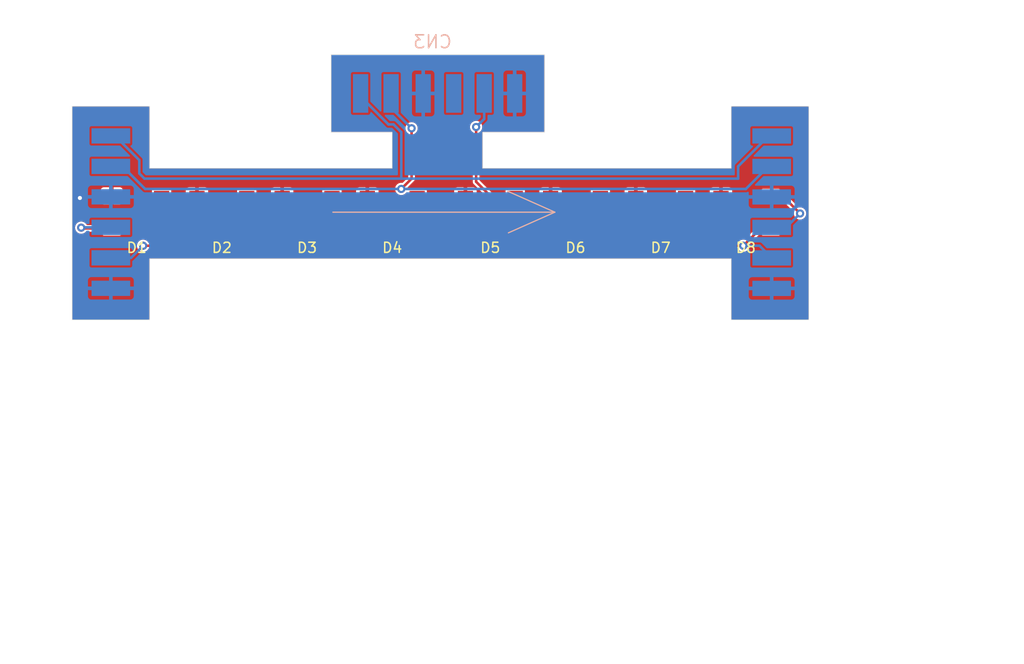
<source format=kicad_pcb>
(kicad_pcb (version 20211014) (generator pcbnew)
  (layers (0 "F.Cu" signal) (31 "B.Cu" signal) (34 "B.Paste" user) (35 "F.Paste" user) (36 "B.SilkS" user "B.Silkscreen") (37 "F.SilkS" user "F.Silkscreen") (38 "B.Mask" user) (39 "F.Mask" user) (44 "Edge.Cuts" user))
  (net 0 "")
  (net 1 "+5V")
  (net 2 "GND")
  (net 3 "Net-(CN1-Pad2)")
  (net 4 "Net-(CN2-Pad3)")
  (net 5 "Net-(D1-Pad2)")
  (net 6 "Net-(D2-Pad2)")
  (net 7 "Net-(D3-Pad2)")
  (net 8 "Net-(D4-Pad2)")
  (net 9 "Net-(D5-Pad2)")
  (net 10 "Net-(D6-Pad2)")
  (net 11 "Net-(D7-Pad2)")
  (net 12 "Net-(CN1-Pad4)")
  (net 13 "Net-(CN1-Pad1)")
  (footprint "LED_SMD:LED_WS2812B_PLCC4_5.0x5.0mm_P3.2mm" (layer "F.Cu") (at 163.576 107.95 180)
    (fp_text reference "D5" (at 0 -3.5) (layer "F.SilkS"))
    (fp_text value "WS2812B")
    (pad "1" smd rect (at -2.45 -1.6 180) (size 1.5 1) (layers "F.Cu" "F.Paste" "F.Mask") (net 1 "+5V"))
    (pad "2" smd rect (at -2.45 1.6 180) (size 1.5 1) (layers "F.Cu" "F.Paste" "F.Mask") (net 9 "Net-(D5-Pad2)"))
    (pad "3" smd rect (at 2.45 1.6 180) (size 1.5 1) (layers "F.Cu" "F.Paste" "F.Mask") (net 2 "GND"))
    (pad "4" smd rect (at 2.45 -1.6 180) (size 1.5 1) (layers "F.Cu" "F.Paste" "F.Mask") (net 8 "Net-(D4-Pad2)"))
  )
  (footprint "LED_SMD:LED_WS2812B_PLCC4_5.0x5.0mm_P3.2mm" (layer "F.Cu") (at 188.722 107.95 180)
    (fp_text reference "D8" (at 0 -3.5) (layer "F.SilkS"))
    (fp_text value "WS2812B")
    (pad "1" smd rect (at -2.45 -1.6 180) (size 1.5 1) (layers "F.Cu" "F.Paste" "F.Mask") (net 1 "+5V"))
    (pad "2" smd rect (at -2.45 1.6 180) (size 1.5 1) (layers "F.Cu" "F.Paste" "F.Mask") (net 12 "Net-(CN1-Pad4)"))
    (pad "3" smd rect (at 2.45 1.6 180) (size 1.5 1) (layers "F.Cu" "F.Paste" "F.Mask") (net 2 "GND"))
    (pad "4" smd rect (at 2.45 -1.6 180) (size 1.5 1) (layers "F.Cu" "F.Paste" "F.Mask") (net 11 "Net-(D7-Pad2)"))
  )
  (footprint "LED_SMD:LED_WS2812B_PLCC4_5.0x5.0mm_P3.2mm" (layer "F.Cu") (at 171.958 107.95 180)
    (fp_text reference "D6" (at 0 -3.5) (layer "F.SilkS"))
    (fp_text value "WS2812B")
    (pad "1" smd rect (at -2.45 -1.6 180) (size 1.5 1) (layers "F.Cu" "F.Paste" "F.Mask") (net 1 "+5V"))
    (pad "2" smd rect (at -2.45 1.6 180) (size 1.5 1) (layers "F.Cu" "F.Paste" "F.Mask") (net 10 "Net-(D6-Pad2)"))
    (pad "3" smd rect (at 2.45 1.6 180) (size 1.5 1) (layers "F.Cu" "F.Paste" "F.Mask") (net 2 "GND"))
    (pad "4" smd rect (at 2.45 -1.6 180) (size 1.5 1) (layers "F.Cu" "F.Paste" "F.Mask") (net 9 "Net-(D5-Pad2)"))
  )
  (footprint "LED_SMD:LED_WS2812B_PLCC4_5.0x5.0mm_P3.2mm" (layer "F.Cu") (at 128.778 107.95 180)
    (fp_text reference "D1" (at 0 -3.5) (layer "F.SilkS"))
    (fp_text value "WS2812B")
    (pad "1" smd rect (at -2.45 -1.6 180) (size 1.5 1) (layers "F.Cu" "F.Paste" "F.Mask") (net 1 "+5V"))
    (pad "2" smd rect (at -2.45 1.6 180) (size 1.5 1) (layers "F.Cu" "F.Paste" "F.Mask") (net 5 "Net-(D1-Pad2)"))
    (pad "3" smd rect (at 2.45 1.6 180) (size 1.5 1) (layers "F.Cu" "F.Paste" "F.Mask") (net 2 "GND"))
    (pad "4" smd rect (at 2.45 -1.6 180) (size 1.5 1) (layers "F.Cu" "F.Paste" "F.Mask") (net 4 "Net-(CN2-Pad3)"))
  )
  (footprint "LED_SMD:LED_WS2812B_PLCC4_5.0x5.0mm_P3.2mm" (layer "F.Cu") (at 180.34 107.95 180)
    (fp_text reference "D7" (at 0 -3.5) (layer "F.SilkS"))
    (fp_text value "WS2812B")
    (pad "1" smd rect (at -2.45 -1.6 180) (size 1.5 1) (layers "F.Cu" "F.Paste" "F.Mask") (net 1 "+5V"))
    (pad "2" smd rect (at -2.45 1.6 180) (size 1.5 1) (layers "F.Cu" "F.Paste" "F.Mask") (net 11 "Net-(D7-Pad2)"))
    (pad "3" smd rect (at 2.45 1.6 180) (size 1.5 1) (layers "F.Cu" "F.Paste" "F.Mask") (net 2 "GND"))
    (pad "4" smd rect (at 2.45 -1.6 180) (size 1.5 1) (layers "F.Cu" "F.Paste" "F.Mask") (net 10 "Net-(D6-Pad2)"))
  )
  (footprint "LED_SMD:LED_WS2812B_PLCC4_5.0x5.0mm_P3.2mm" (layer "F.Cu") (at 137.16 107.95 180)
    (fp_text reference "D2" (at 0 -3.5) (layer "F.SilkS"))
    (fp_text value "WS2812B")
    (pad "1" smd rect (at -2.45 -1.6 180) (size 1.5 1) (layers "F.Cu" "F.Paste" "F.Mask") (net 1 "+5V"))
    (pad "2" smd rect (at -2.45 1.6 180) (size 1.5 1) (layers "F.Cu" "F.Paste" "F.Mask") (net 6 "Net-(D2-Pad2)"))
    (pad "3" smd rect (at 2.45 1.6 180) (size 1.5 1) (layers "F.Cu" "F.Paste" "F.Mask") (net 2 "GND"))
    (pad "4" smd rect (at 2.45 -1.6 180) (size 1.5 1) (layers "F.Cu" "F.Paste" "F.Mask") (net 5 "Net-(D1-Pad2)"))
  )
  (footprint "LED_SMD:LED_WS2812B_PLCC4_5.0x5.0mm_P3.2mm" (layer "F.Cu") (at 153.924 107.95 180)
    (fp_text reference "D4" (at 0 -3.5) (layer "F.SilkS"))
    (fp_text value "WS2812B")
    (pad "1" smd rect (at -2.45 -1.6 180) (size 1.5 1) (layers "F.Cu" "F.Paste" "F.Mask") (net 1 "+5V"))
    (pad "2" smd rect (at -2.45 1.6 180) (size 1.5 1) (layers "F.Cu" "F.Paste" "F.Mask") (net 8 "Net-(D4-Pad2)"))
    (pad "3" smd rect (at 2.45 1.6 180) (size 1.5 1) (layers "F.Cu" "F.Paste" "F.Mask") (net 2 "GND"))
    (pad "4" smd rect (at 2.45 -1.6 180) (size 1.5 1) (layers "F.Cu" "F.Paste" "F.Mask") (net 7 "Net-(D3-Pad2)"))
  )
  (footprint "LED_SMD:LED_WS2812B_PLCC4_5.0x5.0mm_P3.2mm" (layer "F.Cu") (at 145.542 107.95 180)
    (fp_text reference "D3" (at 0 -3.5) (layer "F.SilkS"))
    (fp_text value "WS2812B")
    (pad "1" smd rect (at -2.45 -1.6 180) (size 1.5 1) (layers "F.Cu" "F.Paste" "F.Mask") (net 1 "+5V"))
    (pad "2" smd rect (at -2.45 1.6 180) (size 1.5 1) (layers "F.Cu" "F.Paste" "F.Mask") (net 7 "Net-(D3-Pad2)"))
    (pad "3" smd rect (at 2.45 1.6 180) (size 1.5 1) (layers "F.Cu" "F.Paste" "F.Mask") (net 2 "GND"))
    (pad "4" smd rect (at 2.45 -1.6 180) (size 1.5 1) (layers "F.Cu" "F.Paste" "F.Mask") (net 6 "Net-(D2-Pad2)"))
  )
  (footprint "Adafruit NeoPixel 8 Stick:1X4-SMT" (layer "B.Cu") (at 157.892 96.266)
    (fp_text reference "CN3" (at 0 -5.08) (layer "B.SilkS") (effects (font (size 1.27 1.27)) (justify mirror)))
    (fp_text value "1X4SMT")
    (pad "1" smd rect (at -7.08 0) (size 1.5 3.8) (layers "B.Cu" "B.Paste" "B.Mask") (net 13 "Net-(CN1-Pad1)"))
    (pad "2" smd rect (at -4.08 0) (size 1.5 3.8) (layers "B.Cu" "B.Paste" "B.Mask") (net 3 "Net-(CN1-Pad2)"))
    (pad "3" smd rect (at -0.92 0) (size 1.5 3.8) (layers "B.Cu" "B.Paste" "B.Mask") (net 2 "GND"))
    (pad "4" smd rect (at 2.08 0) (size 1.5 3.8) (layers "B.Cu" "B.Paste" "B.Mask"))
    (pad "5" smd rect (at 5.08 0) (size 1.5 3.8) (layers "B.Cu" "B.Paste" "B.Mask") (net 1 "+5V"))
    (pad "6" smd rect (at 8.08 0) (size 1.5 3.8) (layers "B.Cu" "B.Paste" "B.Mask") (net 2 "GND"))
  )
  (footprint "Adafruit NeoPixel 8 Stick:1X4-SMT" (layer "B.Cu") (at 126.873 107.442 90)
    (fp_text reference "CN2" hide)
    (fp_text value "1X4SMT" hide)
    (pad "1" smd rect (at -8 -0.635 90) (size 1.5 3.8) (layers "B.Cu" "B.Paste" "B.Mask") (net 2 "GND"))
    (pad "2" smd rect (at -5 -0.635 90) (size 1.5 3.8) (layers "B.Cu" "B.Paste" "B.Mask") (net 1 "+5V"))
    (pad "3" smd rect (at -2 -0.635 90) (size 1.5 3.8) (layers "B.Cu" "B.Paste" "B.Mask") (net 4 "Net-(CN2-Pad3)"))
    (pad "4" smd rect (at 1 -0.635 90) (size 1.5 3.8) (layers "B.Cu" "B.Paste" "B.Mask") (net 2 "GND"))
    (pad "5" smd rect (at 4 -0.635 90) (size 1.5 3.8) (layers "B.Cu" "B.Paste" "B.Mask") (net 3 "Net-(CN1-Pad2)"))
    (pad "6" smd rect (at 7 -0.635 90) (size 1.5 3.8) (layers "B.Cu" "B.Paste" "B.Mask") (net 13 "Net-(CN1-Pad1)"))
  )
  (footprint "Adafruit NeoPixel 8 Stick:1X4-SMT" (layer "B.Cu") (at 190.627 108.45 -90)
    (fp_text reference "CN1" hide)
    (fp_text value "1X4SMT" hide)
    (pad "1" smd rect (at -8 -0.635 270) (size 1.5 3.8) (layers "B.Cu" "B.Paste" "B.Mask") (net 13 "Net-(CN1-Pad1)"))
    (pad "2" smd rect (at -5 -0.635 270) (size 1.5 3.8) (layers "B.Cu" "B.Paste" "B.Mask") (net 3 "Net-(CN1-Pad2)"))
    (pad "3" smd rect (at -2 -0.635 270) (size 1.5 3.8) (layers "B.Cu" "B.Paste" "B.Mask") (net 2 "GND"))
    (pad "4" smd rect (at 1 -0.635 270) (size 1.5 3.8) (layers "B.Cu" "B.Paste" "B.Mask") (net 12 "Net-(CN1-Pad4)"))
    (pad "5" smd rect (at 4 -0.635 270) (size 1.5 3.8) (layers "B.Cu" "B.Paste" "B.Mask") (net 1 "+5V"))
    (pad "6" smd rect (at 7 -0.635 270) (size 1.5 3.8) (layers "B.Cu" "B.Paste" "B.Mask") (net 2 "GND"))
  )
  (gr_line (start 169.926 107.95) (end 165.354 105.918) (layer "B.SilkS") (width 0.12))
  (gr_line (start 169.926 107.95) (end 165.354 109.982) (layer "B.SilkS") (width 0.12))
  (gr_line (start 148.082 107.95) (end 169.926 107.95) (layer "B.SilkS") (width 0.12))
  (gr_line (start 130.048 118.536) (end 122.428 118.536) (layer "Edge.Cuts") (width 0.05))
  (gr_line (start 162.814 100.076) (end 162.814 103.632) (layer "Edge.Cuts") (width 0.05))
  (gr_line (start 130.048 112.522) (end 187.288 112.522) (layer "Edge.Cuts") (width 0.05))
  (gr_line (start 194.908 97.536) (end 194.908 118.536) (layer "Edge.Cuts") (width 0.05))
  (gr_line (start 122.428 97.536) (end 122.428 118.536) (layer "Edge.Cuts") (width 0.05))
  (gr_line locked (start 194.908 118.536) (end 187.288 118.536) (layer "Edge.Cuts") (width 0.05))
  (gr_line (start 147.91 100.076) (end 153.924 100.076) (layer "Edge.Cuts") (width 0.05))
  (gr_line (start 130.048 97.536) (end 130.048 103.632) (layer "Edge.Cuts") (width 0.05))
  (gr_line (start 147.91 100.076) (end 147.91 92.456) (layer "Edge.Cuts") (width 0.05))
  (gr_line (start 162.814 103.632) (end 187.288 103.632) (layer "Edge.Cuts") (width 0.05))
  (gr_line (start 187.288 118.536) (end 187.288 112.522) (layer "Edge.Cuts") (width 0.05))
  (gr_line (start 187.288 97.536) (end 194.908 97.536) (layer "Edge.Cuts") (width 0.05))
  (gr_line (start 122.428 97.536) (end 130.048 97.536) (layer "Edge.Cuts") (width 0.05))
  (gr_line (start 130.048 103.632) (end 153.924 103.632) (layer "Edge.Cuts") (width 0.05))
  (gr_line (start 168.91 92.456) (end 168.91 100.076) (layer "Edge.Cuts") (width 0.05))
  (gr_line (start 168.91 100.076) (end 162.814 100.076) (layer "Edge.Cuts") (width 0.05))
  (gr_line (start 187.288 97.536) (end 187.288 103.632) (layer "Edge.Cuts") (width 0.05))
  (gr_line (start 153.924 103.632) (end 153.924 100.076) (layer "Edge.Cuts") (width 0.05))
  (gr_line (start 130.048 118.536) (end 130.048 112.522) (layer "Edge.Cuts") (width 0.05))
  (gr_line (start 168.91 92.456) (end 147.91 92.456) (layer "Edge.Cuts") (width 0.05))
  (segment (start 166.026 109.55) (end 166.026 111.162) (width 0.25) (layer "F.Cu") (net 1))
  (segment (start 139.61 111.162) (end 139.7 111.252) (width 0.25) (layer "F.Cu") (net 1))
  (segment (start 182.79 109.55) (end 182.79 111.162) (width 0.25) (layer "F.Cu") (net 1))
  (segment (start 129.413 111.252) (end 131.318 111.252) (width 0.25) (layer "F.Cu") (net 1))
  (segment (start 148.082 111.252) (end 156.464 111.252) (width 0.25) (layer "F.Cu") (net 1))
  (segment (start 166.116 111.252) (end 174.498 111.252) (width 0.25) (layer "F.Cu") (net 1))
  (segment (start 156.374 109.55) (end 156.374 111.162) (width 0.25) (layer "F.Cu") (net 1))
  (segment (start 139.7 111.252) (end 148.082 111.252) (width 0.25) (layer "F.Cu") (net 1))
  (segment (start 147.992 109.55) (end 147.992 111.162) (width 0.25) (layer "F.Cu") (net 1))
  (segment (start 131.318 111.252) (end 139.7 111.252) (width 0.25) (layer "F.Cu") (net 1))
  (segment (start 156.374 111.162) (end 156.464 111.252) (width 0.25) (layer "F.Cu") (net 1))
  (segment (start 190.17 109.55) (end 191.172 109.55) (width 0.25) (layer "F.Cu") (net 1))
  (segment (start 162.179 104.953) (end 162.179 99.568) (width 0.25) (layer "F.Cu") (net 1))
  (segment (start 139.61 109.55) (end 139.61 111.162) (width 0.25) (layer "F.Cu") (net 1))
  (segment (start 182.88 111.252) (end 188.468 111.252) (width 0.25) (layer "F.Cu") (net 1))
  (segment (start 166.026 109.55) (end 166.026 108.8) (width 0.25) (layer "F.Cu") (net 1))
  (segment (start 147.992 111.162) (end 148.082 111.252) (width 0.25) (layer "F.Cu") (net 1))
  (segment (start 166.026 108.8) (end 162.179 104.953) (width 0.25) (layer "F.Cu") (net 1))
  (segment (start 174.498 111.252) (end 182.88 111.252) (width 0.25) (layer "F.Cu") (net 1))
  (segment (start 156.464 111.252) (end 166.116 111.252) (width 0.25) (layer "F.Cu") (net 1))
  (segment (start 166.026 111.162) (end 166.116 111.252) (width 0.25) (layer "F.Cu") (net 1))
  (segment (start 131.228 109.55) (end 131.228 111.162) (width 0.25) (layer "F.Cu") (net 1))
  (segment (start 174.408 111.162) (end 174.498 111.252) (width 0.25) (layer "F.Cu") (net 1))
  (segment (start 131.228 111.162) (end 131.318 111.252) (width 0.25) (layer "F.Cu") (net 1))
  (segment (start 174.408 109.55) (end 174.408 111.162) (width 0.25) (layer "F.Cu") (net 1))
  (segment (start 188.468 111.252) (end 190.17 109.55) (width 0.25) (layer "F.Cu") (net 1))
  (segment (start 182.79 111.162) (end 182.88 111.252) (width 0.25) (layer "F.Cu") (net 1))
  (via (at 129.413 111.252) (size 0.8) (drill 0.4) (layers "F.Cu" "B.Cu") (net 1))
  (via (at 188.468 111.252) (size 0.8) (drill 0.4) (layers "F.Cu" "B.Cu") (net 1))
  (via (at 162.179 99.568) (size 0.8) (drill 0.4) (layers "F.Cu" "B.Cu") (net 1))
  (segment (start 162.972 98.775) (end 162.179 99.568) (width 0.25) (layer "B.Cu") (net 1))
  (segment (start 162.972 96.266) (end 162.972 98.775) (width 0.25) (layer "B.Cu") (net 1))
  (segment (start 191.262 112.45) (end 190.064 111.252) (width 0.25) (layer "B.Cu") (net 1))
  (segment (start 128.223 112.442) (end 129.413 111.252) (width 0.25) (layer "B.Cu") (net 1))
  (segment (start 190.064 111.252) (end 188.468 111.252) (width 0.25) (layer "B.Cu") (net 1))
  (segment (start 126.238 112.442) (end 128.223 112.442) (width 0.25) (layer "B.Cu") (net 1))
  (segment (start 178.726 106.35) (end 177.622 106.35) (width 0.25) (layer "F.Cu") (net 2))
  (via (at 123.19 106.553) (size 0.8) (drill 0.4) (layers "F.Cu" "B.Cu") (net 2))
  (segment (start 154.813 105.664) (end 155.829 104.648) (width 0.25) (layer "F.Cu") (net 3))
  (segment (start 155.829 104.648) (end 155.829 99.695) (width 0.25) (layer "F.Cu") (net 3))
  (via (at 155.829 99.695) (size 0.8) (drill 0.4) (layers "F.Cu" "B.Cu") (net 3))
  (via (at 154.813 105.664) (size 0.8) (drill 0.4) (layers "F.Cu" "B.Cu") (net 3))
  (segment (start 153.812 96.266) (end 153.812 97.678) (width 0.25) (layer "B.Cu") (net 3))
  (segment (start 154.813 105.664) (end 188.722 105.664) (width 0.25) (layer "B.Cu") (net 3))
  (segment (start 129.61 105.664) (end 154.813 105.664) (width 0.25) (layer "B.Cu") (net 3))
  (segment (start 153.812 97.678) (end 155.829 99.695) (width 0.25) (layer "B.Cu") (net 3))
  (segment (start 188.722 105.664) (end 190.936 103.45) (width 0.25) (layer "B.Cu") (net 3))
  (segment (start 127.388 103.442) (end 129.61 105.664) (width 0.25) (layer "B.Cu") (net 3))
  (segment (start 123.393 109.55) (end 123.317 109.474) (width 0.25) (layer "F.Cu") (net 4))
  (segment (start 126.328 109.55) (end 123.393 109.55) (width 0.25) (layer "F.Cu") (net 4))
  (via (at 123.317 109.474) (size 0.8) (drill 0.4) (layers "F.Cu" "B.Cu") (net 4))
  (segment (start 126.238 109.442) (end 123.349 109.442) (width 0.25) (layer "B.Cu") (net 4))
  (segment (start 123.349 109.442) (end 123.317 109.474) (width 0.25) (layer "B.Cu") (net 4))
  (segment (start 131.51 106.35) (end 134.71 109.55) (width 0.25) (layer "F.Cu") (net 5))
  (segment (start 139.892 106.35) (end 143.092 109.55) (width 0.25) (layer "F.Cu") (net 6))
  (segment (start 148.274 106.35) (end 151.474 109.55) (width 0.25) (layer "F.Cu") (net 7))
  (segment (start 156.374 106.35) (end 157.926 106.35) (width 0.25) (layer "F.Cu") (net 8))
  (segment (start 157.926 106.35) (end 161.126 109.55) (width 0.25) (layer "F.Cu") (net 8))
  (segment (start 166.308 106.35) (end 169.508 109.55) (width 0.25) (layer "F.Cu") (net 9))
  (segment (start 174.69 106.35) (end 177.89 109.55) (width 0.25) (layer "F.Cu") (net 10))
  (segment (start 183.072 106.35) (end 186.272 109.55) (width 0.25) (layer "F.Cu") (net 11))
  (segment (start 192.329 106.35) (end 194.056 108.077) (width 0.25) (layer "F.Cu") (net 12))
  (segment (start 191.172 106.35) (end 192.329 106.35) (width 0.25) (layer "F.Cu") (net 12))
  (via (at 194.056 108.077) (size 0.8) (drill 0.4) (layers "F.Cu" "B.Cu") (net 12))
  (segment (start 192.683 109.45) (end 194.056 108.077) (width 0.25) (layer "B.Cu") (net 12))
  (segment (start 191.262 109.45) (end 192.683 109.45) (width 0.25) (layer "B.Cu") (net 12))
  (segment (start 153.5536 99.314) (end 154.051 99.314) (width 0.25) (layer "B.Cu") (net 13))
  (segment (start 129.54 104.648) (end 154.813 104.648) (width 0.25) (layer "B.Cu") (net 13))
  (segment (start 187.96 103.4456) (end 190.9556 100.45) (width 0.25) (layer "B.Cu") (net 13))
  (segment (start 154.813 104.648) (end 187.96 104.648) (width 0.25) (layer "B.Cu") (net 13))
  (segment (start 150.812 96.5724) (end 153.5536 99.314) (width 0.25) (layer "B.Cu") (net 13))
  (segment (start 150.812 96.266) (end 150.812 96.5724) (width 0.25) (layer "B.Cu") (net 13))
  (segment (start 154.051 99.314) (end 154.813 100.076) (width 0.25) (layer "B.Cu") (net 13))
  (segment (start 187.96 104.648) (end 187.96 103.4456) (width 0.25) (layer "B.Cu") (net 13))
  (segment (start 154.813 100.076) (end 154.813 104.648) (width 0.25) (layer "B.Cu") (net 13))
  (segment (start 129.032 102.828132) (end 129.032 104.14) (width 0.25) (layer "B.Cu") (net 13))
  (segment (start 126.645868 100.442) (end 129.032 102.828132) (width 0.25) (layer "B.Cu") (net 13))
  (segment (start 129.032 104.14) (end 129.54 104.648) (width 0.25) (layer "B.Cu") (net 13))
  (zone (net 2) (net_name "GND") (layers F&B.Cu) (priority 6) (connect_pads (clearance 0.000001)) (min_thickness 0.1524) (fill yes (thermal_gap 0.3548) (thermal_bridge_width 0.3548))
    (polygon (pts (xy 216.0905 152.4) (xy 115.3287 152.4) (xy 115.3287 87.0712) (xy 216.0905 87.0712)))
  )
)
</source>
